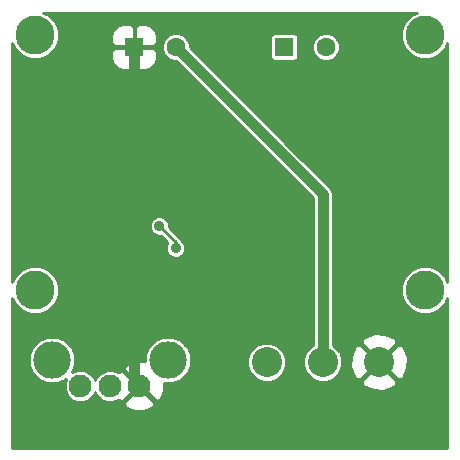
<source format=gbl>
G04 (created by PCBNEW (2013-mar-13)-testing) date Wed 04 Dec 2013 03:02:40 PM PST*
%MOIN*%
G04 Gerber Fmt 3.4, Leading zero omitted, Abs format*
%FSLAX34Y34*%
G01*
G70*
G90*
G04 APERTURE LIST*
%ADD10C,0.005906*%
%ADD11R,0.063000X0.063000*%
%ADD12C,0.063000*%
%ADD13C,0.076000*%
%ADD14C,0.125000*%
%ADD15C,0.100000*%
%ADD16C,0.130000*%
%ADD17C,0.035000*%
%ADD18C,0.035000*%
%ADD19C,0.010000*%
G04 APERTURE END LIST*
G54D10*
G54D11*
X14311Y-11400D03*
G54D12*
X15689Y-11400D03*
G54D11*
X19311Y-11400D03*
G54D12*
X20689Y-11400D03*
G54D13*
X12516Y-22700D03*
X13500Y-22700D03*
X14484Y-22700D03*
G54D14*
X11570Y-21834D03*
X15430Y-21834D03*
G54D15*
X18730Y-21900D03*
X20600Y-21900D03*
X22470Y-21900D03*
G54D16*
X11000Y-19500D03*
X24000Y-11000D03*
X11000Y-11000D03*
X24000Y-19500D03*
G54D17*
X15151Y-17365D03*
X15689Y-18100D03*
G54D18*
X14310Y-22526D02*
X14484Y-22700D01*
X14310Y-11400D02*
X14310Y-22526D01*
X20600Y-16310D02*
X15689Y-11400D01*
X20600Y-21900D02*
X20600Y-16310D01*
G54D19*
X15689Y-17904D02*
X15151Y-17365D01*
X15689Y-18100D02*
X15689Y-17904D01*
G54D10*
G36*
X24750Y-24750D02*
X23422Y-24750D01*
X23422Y-21723D01*
X23282Y-21372D01*
X23268Y-21351D01*
X23092Y-21312D01*
X23057Y-21347D01*
X23057Y-21277D01*
X23018Y-21101D01*
X22671Y-20952D01*
X22293Y-20947D01*
X21942Y-21087D01*
X21921Y-21101D01*
X21882Y-21277D01*
X22470Y-21864D01*
X23057Y-21277D01*
X23057Y-21347D01*
X22505Y-21900D01*
X23092Y-22487D01*
X23268Y-22448D01*
X23417Y-22101D01*
X23422Y-21723D01*
X23422Y-24750D01*
X23057Y-24750D01*
X23057Y-22522D01*
X22470Y-21935D01*
X22434Y-21970D01*
X22434Y-21900D01*
X21847Y-21312D01*
X21671Y-21351D01*
X21522Y-21698D01*
X21517Y-22076D01*
X21657Y-22427D01*
X21671Y-22448D01*
X21847Y-22487D01*
X22434Y-21900D01*
X22434Y-21970D01*
X21882Y-22522D01*
X21921Y-22698D01*
X22268Y-22847D01*
X22646Y-22852D01*
X22997Y-22712D01*
X23018Y-22698D01*
X23057Y-22522D01*
X23057Y-24750D01*
X21250Y-24750D01*
X21250Y-21771D01*
X21154Y-21538D01*
X21154Y-11307D01*
X21083Y-11136D01*
X20952Y-11006D01*
X20781Y-10935D01*
X20596Y-10934D01*
X20425Y-11005D01*
X20295Y-11136D01*
X20224Y-11307D01*
X20223Y-11492D01*
X20294Y-11663D01*
X20425Y-11793D01*
X20596Y-11864D01*
X20781Y-11865D01*
X20952Y-11794D01*
X21082Y-11663D01*
X21153Y-11492D01*
X21154Y-11307D01*
X21154Y-21538D01*
X21151Y-21532D01*
X20968Y-21349D01*
X20925Y-21331D01*
X20925Y-16310D01*
X20925Y-16310D01*
X20925Y-16310D01*
X20900Y-16186D01*
X20829Y-16081D01*
X20829Y-16081D01*
X20829Y-16081D01*
X19776Y-15027D01*
X19776Y-11744D01*
X19776Y-11685D01*
X19776Y-11055D01*
X19753Y-11000D01*
X19710Y-10957D01*
X19655Y-10935D01*
X19596Y-10935D01*
X18966Y-10935D01*
X18911Y-10957D01*
X18868Y-11000D01*
X18846Y-11055D01*
X18846Y-11114D01*
X18846Y-11744D01*
X18868Y-11799D01*
X18911Y-11842D01*
X18966Y-11865D01*
X19025Y-11865D01*
X19655Y-11865D01*
X19710Y-11842D01*
X19753Y-11799D01*
X19776Y-11744D01*
X19776Y-15027D01*
X16153Y-11405D01*
X16154Y-11307D01*
X16083Y-11136D01*
X15952Y-11006D01*
X15781Y-10935D01*
X15596Y-10934D01*
X15425Y-11005D01*
X15295Y-11136D01*
X15224Y-11307D01*
X15223Y-11492D01*
X15294Y-11663D01*
X15425Y-11793D01*
X15596Y-11864D01*
X15694Y-11865D01*
X20275Y-16445D01*
X20275Y-21330D01*
X20232Y-21348D01*
X20049Y-21531D01*
X19950Y-21770D01*
X19949Y-22028D01*
X20048Y-22267D01*
X20231Y-22450D01*
X20470Y-22549D01*
X20728Y-22550D01*
X20967Y-22451D01*
X21150Y-22268D01*
X21249Y-22029D01*
X21250Y-21771D01*
X21250Y-24750D01*
X19380Y-24750D01*
X19380Y-21771D01*
X19281Y-21532D01*
X19098Y-21349D01*
X18859Y-21250D01*
X18601Y-21249D01*
X18362Y-21348D01*
X18179Y-21531D01*
X18080Y-21770D01*
X18079Y-22028D01*
X18178Y-22267D01*
X18361Y-22450D01*
X18600Y-22549D01*
X18858Y-22550D01*
X19097Y-22451D01*
X19280Y-22268D01*
X19379Y-22029D01*
X19380Y-21771D01*
X19380Y-24750D01*
X16205Y-24750D01*
X16205Y-21680D01*
X16087Y-21395D01*
X16014Y-21322D01*
X16014Y-18036D01*
X15965Y-17917D01*
X15874Y-17825D01*
X15872Y-17825D01*
X15831Y-17762D01*
X15476Y-17408D01*
X15476Y-17301D01*
X15427Y-17182D01*
X15335Y-17090D01*
X15216Y-17041D01*
X15087Y-17040D01*
X15076Y-17045D01*
X15076Y-11804D01*
X15076Y-11625D01*
X15076Y-11537D01*
X15076Y-11262D01*
X15076Y-11174D01*
X15076Y-10995D01*
X15007Y-10830D01*
X14880Y-10703D01*
X14715Y-10635D01*
X14448Y-10635D01*
X14336Y-10747D01*
X14336Y-11375D01*
X14963Y-11375D01*
X15076Y-11262D01*
X15076Y-11537D01*
X14963Y-11425D01*
X14336Y-11425D01*
X14336Y-12052D01*
X14448Y-12165D01*
X14715Y-12165D01*
X14880Y-12096D01*
X15007Y-11969D01*
X15076Y-11804D01*
X15076Y-17045D01*
X14967Y-17090D01*
X14876Y-17181D01*
X14826Y-17301D01*
X14826Y-17430D01*
X14875Y-17549D01*
X14967Y-17641D01*
X15086Y-17690D01*
X15193Y-17691D01*
X15416Y-17914D01*
X15414Y-17916D01*
X15364Y-18036D01*
X15364Y-18165D01*
X15414Y-18284D01*
X15505Y-18376D01*
X15624Y-18425D01*
X15754Y-18426D01*
X15873Y-18376D01*
X15965Y-18285D01*
X16014Y-18165D01*
X16014Y-18036D01*
X16014Y-21322D01*
X15869Y-21177D01*
X15584Y-21059D01*
X15276Y-21058D01*
X14991Y-21176D01*
X14773Y-21394D01*
X14655Y-21679D01*
X14654Y-21871D01*
X14326Y-21868D01*
X14286Y-21884D01*
X14286Y-12052D01*
X14286Y-11425D01*
X14286Y-11375D01*
X14286Y-10747D01*
X14173Y-10635D01*
X13906Y-10635D01*
X13741Y-10703D01*
X13614Y-10830D01*
X13546Y-10995D01*
X13546Y-11174D01*
X13546Y-11262D01*
X13658Y-11375D01*
X14286Y-11375D01*
X14286Y-11425D01*
X13658Y-11425D01*
X13546Y-11537D01*
X13546Y-11625D01*
X13546Y-11804D01*
X13614Y-11969D01*
X13741Y-12096D01*
X13906Y-12165D01*
X14173Y-12165D01*
X14286Y-12052D01*
X14286Y-21884D01*
X14020Y-21991D01*
X14007Y-22000D01*
X13983Y-22163D01*
X14484Y-22664D01*
X14489Y-22659D01*
X14524Y-22694D01*
X14519Y-22700D01*
X15020Y-23200D01*
X15183Y-23176D01*
X15312Y-22873D01*
X15314Y-22608D01*
X15583Y-22609D01*
X15868Y-22491D01*
X16086Y-22273D01*
X16204Y-21988D01*
X16205Y-21680D01*
X16205Y-24750D01*
X14984Y-24750D01*
X14984Y-23236D01*
X14484Y-22735D01*
X14448Y-22770D01*
X14448Y-22700D01*
X13947Y-22199D01*
X13784Y-22223D01*
X13777Y-22241D01*
X13605Y-22170D01*
X13395Y-22169D01*
X13200Y-22250D01*
X13050Y-22399D01*
X13007Y-22502D01*
X12965Y-22400D01*
X12816Y-22250D01*
X12621Y-22170D01*
X12411Y-22169D01*
X12240Y-22240D01*
X12344Y-21988D01*
X12345Y-21680D01*
X12227Y-21395D01*
X12009Y-21177D01*
X11724Y-21059D01*
X11416Y-21058D01*
X11131Y-21176D01*
X10913Y-21394D01*
X10795Y-21679D01*
X10794Y-21987D01*
X10912Y-22272D01*
X11130Y-22490D01*
X11415Y-22608D01*
X11723Y-22609D01*
X12008Y-22491D01*
X12043Y-22456D01*
X11986Y-22594D01*
X11985Y-22804D01*
X12066Y-22999D01*
X12215Y-23149D01*
X12410Y-23229D01*
X12620Y-23230D01*
X12815Y-23149D01*
X12965Y-23000D01*
X13008Y-22897D01*
X13050Y-22999D01*
X13199Y-23149D01*
X13394Y-23229D01*
X13604Y-23230D01*
X13774Y-23160D01*
X13775Y-23163D01*
X13784Y-23176D01*
X13947Y-23200D01*
X14448Y-22700D01*
X14448Y-22770D01*
X13983Y-23236D01*
X14007Y-23399D01*
X14310Y-23528D01*
X14641Y-23531D01*
X14947Y-23408D01*
X14960Y-23399D01*
X14984Y-23236D01*
X14984Y-24750D01*
X10250Y-24750D01*
X10250Y-19779D01*
X10321Y-19952D01*
X10546Y-20177D01*
X10840Y-20299D01*
X11158Y-20300D01*
X11452Y-20178D01*
X11677Y-19953D01*
X11799Y-19659D01*
X11800Y-19341D01*
X11678Y-19047D01*
X11453Y-18822D01*
X11159Y-18700D01*
X10841Y-18699D01*
X10547Y-18821D01*
X10322Y-19046D01*
X10250Y-19220D01*
X10250Y-11279D01*
X10321Y-11452D01*
X10546Y-11677D01*
X10840Y-11799D01*
X11158Y-11800D01*
X11452Y-11678D01*
X11677Y-11453D01*
X11799Y-11159D01*
X11800Y-10841D01*
X11678Y-10547D01*
X11453Y-10322D01*
X11279Y-10250D01*
X23720Y-10250D01*
X23547Y-10321D01*
X23322Y-10546D01*
X23200Y-10840D01*
X23199Y-11158D01*
X23321Y-11452D01*
X23546Y-11677D01*
X23840Y-11799D01*
X24158Y-11800D01*
X24452Y-11678D01*
X24677Y-11453D01*
X24750Y-11279D01*
X24750Y-19220D01*
X24678Y-19047D01*
X24453Y-18822D01*
X24159Y-18700D01*
X23841Y-18699D01*
X23547Y-18821D01*
X23322Y-19046D01*
X23200Y-19340D01*
X23199Y-19658D01*
X23321Y-19952D01*
X23546Y-20177D01*
X23840Y-20299D01*
X24158Y-20300D01*
X24452Y-20178D01*
X24677Y-19953D01*
X24750Y-19779D01*
X24750Y-24750D01*
X24750Y-24750D01*
G37*
G54D19*
X24750Y-24750D02*
X23422Y-24750D01*
X23422Y-21723D01*
X23282Y-21372D01*
X23268Y-21351D01*
X23092Y-21312D01*
X23057Y-21347D01*
X23057Y-21277D01*
X23018Y-21101D01*
X22671Y-20952D01*
X22293Y-20947D01*
X21942Y-21087D01*
X21921Y-21101D01*
X21882Y-21277D01*
X22470Y-21864D01*
X23057Y-21277D01*
X23057Y-21347D01*
X22505Y-21900D01*
X23092Y-22487D01*
X23268Y-22448D01*
X23417Y-22101D01*
X23422Y-21723D01*
X23422Y-24750D01*
X23057Y-24750D01*
X23057Y-22522D01*
X22470Y-21935D01*
X22434Y-21970D01*
X22434Y-21900D01*
X21847Y-21312D01*
X21671Y-21351D01*
X21522Y-21698D01*
X21517Y-22076D01*
X21657Y-22427D01*
X21671Y-22448D01*
X21847Y-22487D01*
X22434Y-21900D01*
X22434Y-21970D01*
X21882Y-22522D01*
X21921Y-22698D01*
X22268Y-22847D01*
X22646Y-22852D01*
X22997Y-22712D01*
X23018Y-22698D01*
X23057Y-22522D01*
X23057Y-24750D01*
X21250Y-24750D01*
X21250Y-21771D01*
X21154Y-21538D01*
X21154Y-11307D01*
X21083Y-11136D01*
X20952Y-11006D01*
X20781Y-10935D01*
X20596Y-10934D01*
X20425Y-11005D01*
X20295Y-11136D01*
X20224Y-11307D01*
X20223Y-11492D01*
X20294Y-11663D01*
X20425Y-11793D01*
X20596Y-11864D01*
X20781Y-11865D01*
X20952Y-11794D01*
X21082Y-11663D01*
X21153Y-11492D01*
X21154Y-11307D01*
X21154Y-21538D01*
X21151Y-21532D01*
X20968Y-21349D01*
X20925Y-21331D01*
X20925Y-16310D01*
X20925Y-16310D01*
X20925Y-16310D01*
X20900Y-16186D01*
X20829Y-16081D01*
X20829Y-16081D01*
X20829Y-16081D01*
X19776Y-15027D01*
X19776Y-11744D01*
X19776Y-11685D01*
X19776Y-11055D01*
X19753Y-11000D01*
X19710Y-10957D01*
X19655Y-10935D01*
X19596Y-10935D01*
X18966Y-10935D01*
X18911Y-10957D01*
X18868Y-11000D01*
X18846Y-11055D01*
X18846Y-11114D01*
X18846Y-11744D01*
X18868Y-11799D01*
X18911Y-11842D01*
X18966Y-11865D01*
X19025Y-11865D01*
X19655Y-11865D01*
X19710Y-11842D01*
X19753Y-11799D01*
X19776Y-11744D01*
X19776Y-15027D01*
X16153Y-11405D01*
X16154Y-11307D01*
X16083Y-11136D01*
X15952Y-11006D01*
X15781Y-10935D01*
X15596Y-10934D01*
X15425Y-11005D01*
X15295Y-11136D01*
X15224Y-11307D01*
X15223Y-11492D01*
X15294Y-11663D01*
X15425Y-11793D01*
X15596Y-11864D01*
X15694Y-11865D01*
X20275Y-16445D01*
X20275Y-21330D01*
X20232Y-21348D01*
X20049Y-21531D01*
X19950Y-21770D01*
X19949Y-22028D01*
X20048Y-22267D01*
X20231Y-22450D01*
X20470Y-22549D01*
X20728Y-22550D01*
X20967Y-22451D01*
X21150Y-22268D01*
X21249Y-22029D01*
X21250Y-21771D01*
X21250Y-24750D01*
X19380Y-24750D01*
X19380Y-21771D01*
X19281Y-21532D01*
X19098Y-21349D01*
X18859Y-21250D01*
X18601Y-21249D01*
X18362Y-21348D01*
X18179Y-21531D01*
X18080Y-21770D01*
X18079Y-22028D01*
X18178Y-22267D01*
X18361Y-22450D01*
X18600Y-22549D01*
X18858Y-22550D01*
X19097Y-22451D01*
X19280Y-22268D01*
X19379Y-22029D01*
X19380Y-21771D01*
X19380Y-24750D01*
X16205Y-24750D01*
X16205Y-21680D01*
X16087Y-21395D01*
X16014Y-21322D01*
X16014Y-18036D01*
X15965Y-17917D01*
X15874Y-17825D01*
X15872Y-17825D01*
X15831Y-17762D01*
X15476Y-17408D01*
X15476Y-17301D01*
X15427Y-17182D01*
X15335Y-17090D01*
X15216Y-17041D01*
X15087Y-17040D01*
X15076Y-17045D01*
X15076Y-11804D01*
X15076Y-11625D01*
X15076Y-11537D01*
X15076Y-11262D01*
X15076Y-11174D01*
X15076Y-10995D01*
X15007Y-10830D01*
X14880Y-10703D01*
X14715Y-10635D01*
X14448Y-10635D01*
X14336Y-10747D01*
X14336Y-11375D01*
X14963Y-11375D01*
X15076Y-11262D01*
X15076Y-11537D01*
X14963Y-11425D01*
X14336Y-11425D01*
X14336Y-12052D01*
X14448Y-12165D01*
X14715Y-12165D01*
X14880Y-12096D01*
X15007Y-11969D01*
X15076Y-11804D01*
X15076Y-17045D01*
X14967Y-17090D01*
X14876Y-17181D01*
X14826Y-17301D01*
X14826Y-17430D01*
X14875Y-17549D01*
X14967Y-17641D01*
X15086Y-17690D01*
X15193Y-17691D01*
X15416Y-17914D01*
X15414Y-17916D01*
X15364Y-18036D01*
X15364Y-18165D01*
X15414Y-18284D01*
X15505Y-18376D01*
X15624Y-18425D01*
X15754Y-18426D01*
X15873Y-18376D01*
X15965Y-18285D01*
X16014Y-18165D01*
X16014Y-18036D01*
X16014Y-21322D01*
X15869Y-21177D01*
X15584Y-21059D01*
X15276Y-21058D01*
X14991Y-21176D01*
X14773Y-21394D01*
X14655Y-21679D01*
X14654Y-21871D01*
X14326Y-21868D01*
X14286Y-21884D01*
X14286Y-12052D01*
X14286Y-11425D01*
X14286Y-11375D01*
X14286Y-10747D01*
X14173Y-10635D01*
X13906Y-10635D01*
X13741Y-10703D01*
X13614Y-10830D01*
X13546Y-10995D01*
X13546Y-11174D01*
X13546Y-11262D01*
X13658Y-11375D01*
X14286Y-11375D01*
X14286Y-11425D01*
X13658Y-11425D01*
X13546Y-11537D01*
X13546Y-11625D01*
X13546Y-11804D01*
X13614Y-11969D01*
X13741Y-12096D01*
X13906Y-12165D01*
X14173Y-12165D01*
X14286Y-12052D01*
X14286Y-21884D01*
X14020Y-21991D01*
X14007Y-22000D01*
X13983Y-22163D01*
X14484Y-22664D01*
X14489Y-22659D01*
X14524Y-22694D01*
X14519Y-22700D01*
X15020Y-23200D01*
X15183Y-23176D01*
X15312Y-22873D01*
X15314Y-22608D01*
X15583Y-22609D01*
X15868Y-22491D01*
X16086Y-22273D01*
X16204Y-21988D01*
X16205Y-21680D01*
X16205Y-24750D01*
X14984Y-24750D01*
X14984Y-23236D01*
X14484Y-22735D01*
X14448Y-22770D01*
X14448Y-22700D01*
X13947Y-22199D01*
X13784Y-22223D01*
X13777Y-22241D01*
X13605Y-22170D01*
X13395Y-22169D01*
X13200Y-22250D01*
X13050Y-22399D01*
X13007Y-22502D01*
X12965Y-22400D01*
X12816Y-22250D01*
X12621Y-22170D01*
X12411Y-22169D01*
X12240Y-22240D01*
X12344Y-21988D01*
X12345Y-21680D01*
X12227Y-21395D01*
X12009Y-21177D01*
X11724Y-21059D01*
X11416Y-21058D01*
X11131Y-21176D01*
X10913Y-21394D01*
X10795Y-21679D01*
X10794Y-21987D01*
X10912Y-22272D01*
X11130Y-22490D01*
X11415Y-22608D01*
X11723Y-22609D01*
X12008Y-22491D01*
X12043Y-22456D01*
X11986Y-22594D01*
X11985Y-22804D01*
X12066Y-22999D01*
X12215Y-23149D01*
X12410Y-23229D01*
X12620Y-23230D01*
X12815Y-23149D01*
X12965Y-23000D01*
X13008Y-22897D01*
X13050Y-22999D01*
X13199Y-23149D01*
X13394Y-23229D01*
X13604Y-23230D01*
X13774Y-23160D01*
X13775Y-23163D01*
X13784Y-23176D01*
X13947Y-23200D01*
X14448Y-22700D01*
X14448Y-22770D01*
X13983Y-23236D01*
X14007Y-23399D01*
X14310Y-23528D01*
X14641Y-23531D01*
X14947Y-23408D01*
X14960Y-23399D01*
X14984Y-23236D01*
X14984Y-24750D01*
X10250Y-24750D01*
X10250Y-19779D01*
X10321Y-19952D01*
X10546Y-20177D01*
X10840Y-20299D01*
X11158Y-20300D01*
X11452Y-20178D01*
X11677Y-19953D01*
X11799Y-19659D01*
X11800Y-19341D01*
X11678Y-19047D01*
X11453Y-18822D01*
X11159Y-18700D01*
X10841Y-18699D01*
X10547Y-18821D01*
X10322Y-19046D01*
X10250Y-19220D01*
X10250Y-11279D01*
X10321Y-11452D01*
X10546Y-11677D01*
X10840Y-11799D01*
X11158Y-11800D01*
X11452Y-11678D01*
X11677Y-11453D01*
X11799Y-11159D01*
X11800Y-10841D01*
X11678Y-10547D01*
X11453Y-10322D01*
X11279Y-10250D01*
X23720Y-10250D01*
X23547Y-10321D01*
X23322Y-10546D01*
X23200Y-10840D01*
X23199Y-11158D01*
X23321Y-11452D01*
X23546Y-11677D01*
X23840Y-11799D01*
X24158Y-11800D01*
X24452Y-11678D01*
X24677Y-11453D01*
X24750Y-11279D01*
X24750Y-19220D01*
X24678Y-19047D01*
X24453Y-18822D01*
X24159Y-18700D01*
X23841Y-18699D01*
X23547Y-18821D01*
X23322Y-19046D01*
X23200Y-19340D01*
X23199Y-19658D01*
X23321Y-19952D01*
X23546Y-20177D01*
X23840Y-20299D01*
X24158Y-20300D01*
X24452Y-20178D01*
X24677Y-19953D01*
X24750Y-19779D01*
X24750Y-24750D01*
M02*

</source>
